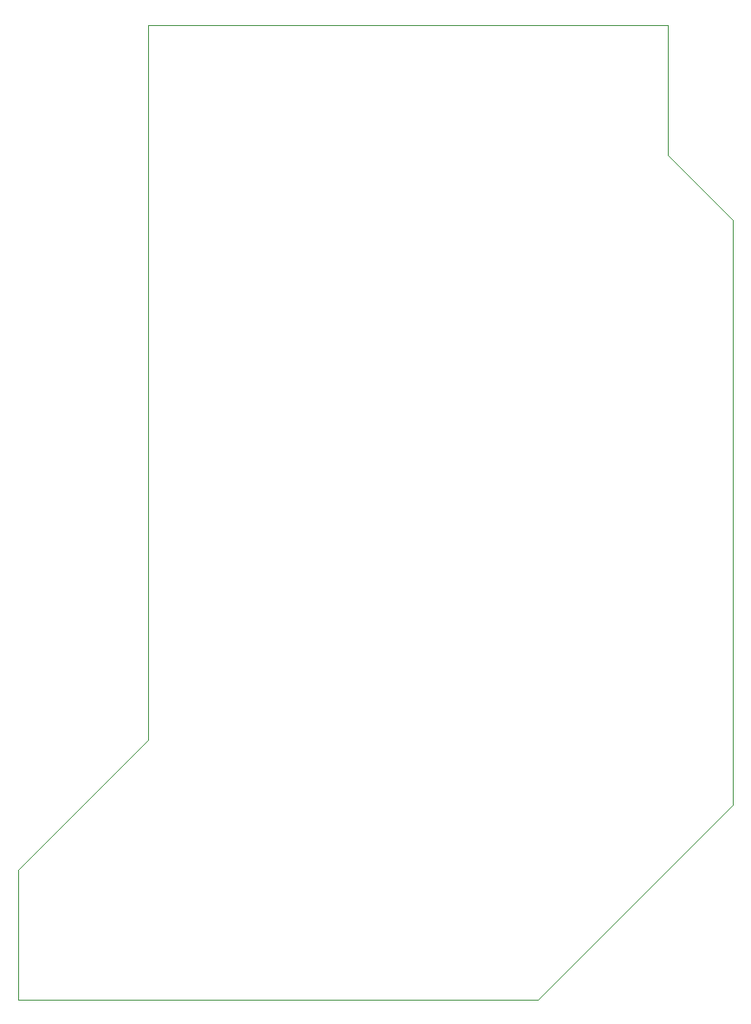
<source format=gm1>
G04 #@! TF.GenerationSoftware,KiCad,Pcbnew,9.0.2*
G04 #@! TF.CreationDate,2025-07-03T22:57:36-04:00*
G04 #@! TF.ProjectId,RamBanks,52616d42-616e-46b7-932e-6b696361645f,A*
G04 #@! TF.SameCoordinates,Original*
G04 #@! TF.FileFunction,Profile,NP*
%FSLAX46Y46*%
G04 Gerber Fmt 4.6, Leading zero omitted, Abs format (unit mm)*
G04 Created by KiCad (PCBNEW 9.0.2) date 2025-07-03 22:57:36*
%MOMM*%
%LPD*%
G01*
G04 APERTURE LIST*
G04 #@! TA.AperFunction,Profile*
%ADD10C,0.050000*%
G04 #@! TD*
G04 APERTURE END LIST*
D10*
X167005000Y-59309000D02*
X173355000Y-65659000D01*
X173355000Y-122809000D01*
X154305000Y-141859000D01*
X103505000Y-141859000D01*
X103505000Y-129159000D01*
X116205000Y-116459000D01*
X116205000Y-46609000D01*
X167005000Y-46609000D01*
X167005000Y-59309000D01*
M02*

</source>
